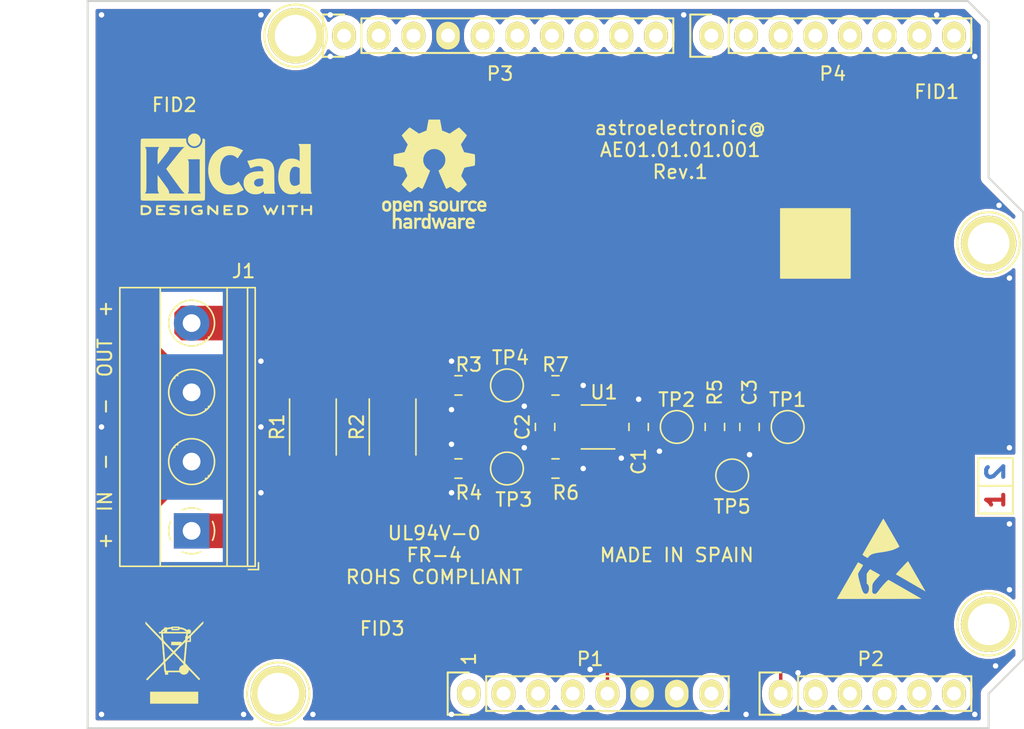
<source format=kicad_pcb>
(kicad_pcb (version 20171130) (host pcbnew 5.1.5-52549c5~84~ubuntu16.04.1)
  (title_block (title "ZXCT1080 voltage output current monitor") (date 2020-03-02) (rev 1) (company astroelectronic@))
  (layers (0 F.Cu signal) (31 B.Cu signal) (34 B.Paste user) (35 F.Paste user) (36 B.SilkS user) (37 F.SilkS user) (38 B.Mask user) (39 F.Mask user) (44 Edge.Cuts user))
  (net 0 "")
  (net 1 /IOREF)
  (net 2 /Reset)
  (net 3 +5V)
  (net 4 GND)
  (net 5 /Vin)
  (net 6 /A1)
  (net 7 /A2)
  (net 8 /A3)
  (net 9 /AREF)
  (net 10 "/A4(SDA)")
  (net 11 "/A5(SCL)")
  (net 12 "/9(**)")
  (net 13 /8)
  (net 14 /7)
  (net 15 "/6(**)")
  (net 16 "/5(**)")
  (net 17 /4)
  (net 18 "/3(**)")
  (net 19 /2)
  (net 20 "/1(Tx)")
  (net 21 "/0(Rx)")
  (net 22 "Net-(P5-Pad1)")
  (net 23 "Net-(P6-Pad1)")
  (net 24 "Net-(P7-Pad1)")
  (net 25 "Net-(P8-Pad1)")
  (net 26 "/13(SCK)")
  (net 27 "/10(**/SS)")
  (net 28 "Net-(P1-Pad1)")
  (net 29 +3V3)
  (net 30 "/12(MISO)")
  (net 31 "/11(**/MOSI)")
  (net 32 /PWR_IN)
  (net 33 /SN)
  (net 34 /OUT)
  (net 35 /PWR_OUT)
  (net 36 /VOCM)
  (net 37 /SP)
  (module TestPoint:TestPoint_Pad_D2.0mm (layer F.Cu) (at 162.306 104.267)
    (fp_text reference TP1 (at 0 -1.998) (layer F.SilkS))
    (fp_text value OUT)
    (pad 1 smd circle (at 0 0) (size 2 2) (layers F.Cu F.Mask) (net 34 /OUT))
  )
  (module Symbol:WEEE-Logo_4.2x6mm_SilkScreen (layer F.Cu) (at 117.348 121.539)
    (fp_text reference REF4 hide)
    (fp_text value WEEE-Logo_4.2x6mm_SilkScreen hide)
  )
  (module Symbol:OSHW-Logo_7.5x8mm_SilkScreen (layer F.Cu) (at 136.398 85.725)
    (fp_text reference REF2 hide)
    (fp_text value OSHW-Logo_7.5x8mm_SilkScreen hide)
  )
  (module Symbol:KiCad-Logo2_5mm_SilkScreen (layer F.Cu) (at 121.158 85.725)
    (fp_text reference REF1 hide)
    (fp_text value KiCad-Logo2_5mm_SilkScreen hide)
  )
  (module Symbol:ESD-Logo_6.6x6mm_SilkScreen (layer F.Cu) (at 169.164 113.919)
    (fp_text reference REF3 hide)
    (fp_text value ESD-Logo_6.6x6mm_SilkScreen hide)
  )
  (module Socket_Arduino_Uno:Socket_Strip_Arduino_1x08 (layer F.Cu) (at 138.938 123.825)
    (fp_text reference P1 (at 8.89 -2.54) (layer F.SilkS))
    (fp_text value Power)
    (pad 1 thru_hole oval (at 0 0) (size 1.7272 2.032) (drill 1.016) (layers *.Cu *.Mask F.SilkS) (net 28 "Net-(P1-Pad1)"))
    (pad 2 thru_hole oval (at 2.54 0) (size 1.7272 2.032) (drill 1.016) (layers *.Cu *.Mask F.SilkS) (net 1 /IOREF))
    (pad 3 thru_hole oval (at 5.08 0) (size 1.7272 2.032) (drill 1.016) (layers *.Cu *.Mask F.SilkS) (net 2 /Reset))
    (pad 4 thru_hole oval (at 7.62 0) (size 1.7272 2.032) (drill 1.016) (layers *.Cu *.Mask F.SilkS) (net 29 +3V3))
    (pad 5 thru_hole oval (at 10.16 0) (size 1.7272 2.032) (drill 1.016) (layers *.Cu *.Mask F.SilkS) (net 3 +5V))
    (pad 6 thru_hole oval (at 12.7 0) (size 1.7272 2.032) (drill 1.016) (layers *.Cu *.Mask F.SilkS) (net 4 GND))
    (pad 7 thru_hole oval (at 15.24 0) (size 1.7272 2.032) (drill 1.016) (layers *.Cu *.Mask F.SilkS) (net 4 GND))
    (pad 8 thru_hole oval (at 17.78 0) (size 1.7272 2.032) (drill 1.016) (layers *.Cu *.Mask F.SilkS) (net 5 /Vin))
  )
  (module Socket_Arduino_Uno:Socket_Strip_Arduino_1x06 (layer F.Cu) (at 161.798 123.825)
    (fp_text reference P2 (at 6.604 -2.54) (layer F.SilkS))
    (fp_text value Analog)
    (pad 1 thru_hole oval (at 0 0) (size 1.7272 2.032) (drill 1.016) (layers *.Cu *.Mask F.SilkS) (net 34 /OUT))
    (pad 2 thru_hole oval (at 2.54 0) (size 1.7272 2.032) (drill 1.016) (layers *.Cu *.Mask F.SilkS) (net 6 /A1))
    (pad 3 thru_hole oval (at 5.08 0) (size 1.7272 2.032) (drill 1.016) (layers *.Cu *.Mask F.SilkS) (net 7 /A2))
    (pad 4 thru_hole oval (at 7.62 0) (size 1.7272 2.032) (drill 1.016) (layers *.Cu *.Mask F.SilkS) (net 8 /A3))
    (pad 5 thru_hole oval (at 10.16 0) (size 1.7272 2.032) (drill 1.016) (layers *.Cu *.Mask F.SilkS) (net 10 "/A4(SDA)"))
    (pad 6 thru_hole oval (at 12.7 0) (size 1.7272 2.032) (drill 1.016) (layers *.Cu *.Mask F.SilkS) (net 11 "/A5(SCL)"))
  )
  (module Socket_Arduino_Uno:Socket_Strip_Arduino_1x10 (layer F.Cu) (at 129.794 75.565)
    (fp_text reference P3 (at 11.43 2.794) (layer F.SilkS))
    (fp_text value Digital)
    (pad 1 thru_hole oval (at 0 0) (size 1.7272 2.032) (drill 1.016) (layers *.Cu *.Mask F.SilkS) (net 11 "/A5(SCL)"))
    (pad 2 thru_hole oval (at 2.54 0) (size 1.7272 2.032) (drill 1.016) (layers *.Cu *.Mask F.SilkS) (net 10 "/A4(SDA)"))
    (pad 3 thru_hole oval (at 5.08 0) (size 1.7272 2.032) (drill 1.016) (layers *.Cu *.Mask F.SilkS) (net 9 /AREF))
    (pad 4 thru_hole oval (at 7.62 0) (size 1.7272 2.032) (drill 1.016) (layers *.Cu *.Mask F.SilkS) (net 4 GND))
    (pad 5 thru_hole oval (at 10.16 0) (size 1.7272 2.032) (drill 1.016) (layers *.Cu *.Mask F.SilkS) (net 26 "/13(SCK)"))
    (pad 6 thru_hole oval (at 12.7 0) (size 1.7272 2.032) (drill 1.016) (layers *.Cu *.Mask F.SilkS) (net 30 "/12(MISO)"))
    (pad 7 thru_hole oval (at 15.24 0) (size 1.7272 2.032) (drill 1.016) (layers *.Cu *.Mask F.SilkS) (net 31 "/11(**/MOSI)"))
    (pad 8 thru_hole oval (at 17.78 0) (size 1.7272 2.032) (drill 1.016) (layers *.Cu *.Mask F.SilkS) (net 27 "/10(**/SS)"))
    (pad 9 thru_hole oval (at 20.32 0) (size 1.7272 2.032) (drill 1.016) (layers *.Cu *.Mask F.SilkS) (net 12 "/9(**)"))
    (pad 10 thru_hole oval (at 22.86 0) (size 1.7272 2.032) (drill 1.016) (layers *.Cu *.Mask F.SilkS) (net 13 /8))
  )
  (module Socket_Arduino_Uno:Socket_Strip_Arduino_1x08 (layer F.Cu) (at 156.718 75.565)
    (fp_text reference P4 (at 8.89 2.794) (layer F.SilkS))
    (fp_text value Digital)
    (pad 1 thru_hole oval (at 0 0) (size 1.7272 2.032) (drill 1.016) (layers *.Cu *.Mask F.SilkS) (net 14 /7))
    (pad 2 thru_hole oval (at 2.54 0) (size 1.7272 2.032) (drill 1.016) (layers *.Cu *.Mask F.SilkS) (net 15 "/6(**)"))
    (pad 3 thru_hole oval (at 5.08 0) (size 1.7272 2.032) (drill 1.016) (layers *.Cu *.Mask F.SilkS) (net 16 "/5(**)"))
    (pad 4 thru_hole oval (at 7.62 0) (size 1.7272 2.032) (drill 1.016) (layers *.Cu *.Mask F.SilkS) (net 17 /4))
    (pad 5 thru_hole oval (at 10.16 0) (size 1.7272 2.032) (drill 1.016) (layers *.Cu *.Mask F.SilkS) (net 18 "/3(**)"))
    (pad 6 thru_hole oval (at 12.7 0) (size 1.7272 2.032) (drill 1.016) (layers *.Cu *.Mask F.SilkS) (net 19 /2))
    (pad 7 thru_hole oval (at 15.24 0) (size 1.7272 2.032) (drill 1.016) (layers *.Cu *.Mask F.SilkS) (net 20 "/1(Tx)"))
    (pad 8 thru_hole oval (at 17.78 0) (size 1.7272 2.032) (drill 1.016) (layers *.Cu *.Mask F.SilkS) (net 21 "/0(Rx)"))
  )
  (module Socket_Arduino_Uno:Arduino_1pin (layer F.Cu) (at 124.968 123.825)
    (fp_text reference P5 hide)
    (fp_text value CONN_01X01 hide)
    (pad 1 thru_hole circle (at 0 0) (size 4.064 4.064) (drill 3.048) (layers *.Cu *.Mask F.SilkS) (net 22 "Net-(P5-Pad1)"))
  )
  (module Socket_Arduino_Uno:Arduino_1pin (layer F.Cu) (at 177.038 118.745)
    (fp_text reference P6 hide)
    (fp_text value CONN_01X01 hide)
    (pad 1 thru_hole circle (at 0 0) (size 4.064 4.064) (drill 3.048) (layers *.Cu *.Mask F.SilkS) (net 23 "Net-(P6-Pad1)"))
  )
  (module Socket_Arduino_Uno:Arduino_1pin (layer F.Cu) (at 126.238 75.565)
    (fp_text reference P7 hide)
    (fp_text value CONN_01X01 hide)
    (pad 1 thru_hole circle (at 0 0) (size 4.064 4.064) (drill 3.048) (layers *.Cu *.Mask F.SilkS) (net 24 "Net-(P7-Pad1)"))
  )
  (module Socket_Arduino_Uno:Arduino_1pin (layer F.Cu) (at 177.038 90.805)
    (fp_text reference P8 hide)
    (fp_text value CONN_01X01 hide)
    (pad 1 thru_hole circle (at 0 0) (size 4.064 4.064) (drill 3.048) (layers *.Cu *.Mask F.SilkS) (net 25 "Net-(P8-Pad1)"))
  )
  (module Capacitor_SMD:C_0805_2012Metric (layer F.Cu) (at 151.384 104.267 90)
    (fp_text reference C1 (at -2.54 0 90) (layer F.SilkS))
    (fp_text value 100n)
    (pad 2 smd roundrect (at 0.9375 0 90) (size 0.975 1.4) (layers F.Cu F.Paste F.Mask) (net 4 GND))
    (pad 1 smd roundrect (at -0.9375 0 90) (size 0.975 1.4) (layers F.Cu F.Paste F.Mask) (net 3 +5V))
  )
  (module Capacitor_SMD:C_0805_2012Metric (layer F.Cu) (at 144.526 104.267 90)
    (fp_text reference C2 (at 0 -1.65 90) (layer F.SilkS))
    (fp_text value 100pF)
    (pad 1 smd roundrect (at -0.9375 0 90) (size 0.975 1.4) (layers F.Cu F.Paste F.Mask) (net 37 /SP))
    (pad 2 smd roundrect (at 0.9375 0 90) (size 0.975 1.4) (layers F.Cu F.Paste F.Mask) (net 33 /SN))
  )
  (module Capacitor_SMD:C_0805_2012Metric (layer F.Cu) (at 159.512 104.267 270)
    (fp_text reference C3 (at -2.54 0 90) (layer F.SilkS))
    (fp_text value 10nF)
    (pad 1 smd roundrect (at -0.9375 0 270) (size 0.975 1.4) (layers F.Cu F.Paste F.Mask) (net 34 /OUT))
    (pad 2 smd roundrect (at 0.9375 0 270) (size 0.975 1.4) (layers F.Cu F.Paste F.Mask) (net 4 GND))
  )
  (module Fiducial:Fiducial_Modern_CopperTop (layer F.Cu) (at 173.228 83.185)
    (fp_text reference FID1 (at 0 -3.5) (layer F.SilkS))
    (fp_text value Fiducial)
    (fp_circle (center 0 0) (end 1.665 0) (layer F.Cu) (width 0.65))
  )
  (module Fiducial:Fiducial_Modern_CopperTop (layer F.Cu) (at 117.348 76.835)
    (fp_text reference FID2 (at 0 3.81 180) (layer F.SilkS))
    (fp_text value Fiducial)
    (fp_circle (center 0 0) (end 1.665 0) (layer F.Cu) (width 0.65))
  )
  (module Fiducial:Fiducial_Modern_CopperTop (layer F.Cu) (at 132.588 122.555)
    (fp_text reference FID3 (at 0 -3.5) (layer F.SilkS))
    (fp_text value Fiducial)
    (fp_circle (center 0 0) (end 1.665 0) (layer F.Cu) (width 0.65))
  )
  (module Resistor_SMD:R_2512_6332Metric (layer F.Cu) (at 127.508 104.267 90)
    (fp_text reference R1 (at 0 -2.62 90) (layer F.SilkS))
    (fp_text value 0.1)
    (pad 2 smd roundrect (at 2.9 0 90) (size 1.35 3.35) (layers F.Cu F.Paste F.Mask) (roundrect_rratio 0.185185) (net 35 /PWR_OUT))
    (pad 1 smd roundrect (at -2.9 0 90) (size 1.35 3.35) (layers F.Cu F.Paste F.Mask) (roundrect_rratio 0.185185) (net 32 /PWR_IN))
  )
  (module Resistor_SMD:R_2512_6332Metric (layer F.Cu) (at 133.35 104.267 90)
    (fp_text reference R2 (at 0 -2.62 90) (layer F.SilkS))
    (fp_text value 0.1)
    (pad 1 smd roundrect (at -2.9 0 90) (size 1.35 3.35) (layers F.Cu F.Paste F.Mask) (roundrect_rratio 0.185185) (net 32 /PWR_IN))
    (pad 2 smd roundrect (at 2.9 0 90) (size 1.35 3.35) (layers F.Cu F.Paste F.Mask) (roundrect_rratio 0.185185) (net 35 /PWR_OUT))
  )
  (module Resistor_SMD:R_0805_2012Metric (layer F.Cu) (at 138.176 101.219)
    (fp_text reference R3 (at 0.762 -1.524) (layer F.SilkS))
    (fp_text value 10K)
    (pad 1 smd roundrect (at -0.9375 0) (size 0.975 1.4) (layers F.Cu F.Paste F.Mask) (net 35 /PWR_OUT))
    (pad 2 smd roundrect (at 0.9375 0) (size 0.975 1.4) (layers F.Cu F.Paste F.Mask) (net 33 /SN))
  )
  (module Resistor_SMD:R_0805_2012Metric (layer F.Cu) (at 156.972 104.267 90)
    (fp_text reference R5 (at 2.54 0 270) (layer F.SilkS))
    (fp_text value 100)
    (pad 2 smd roundrect (at 0.9375 0 90) (size 0.975 1.4) (layers F.Cu F.Paste F.Mask) (net 36 /VOCM))
    (pad 1 smd roundrect (at -0.9375 0 90) (size 0.975 1.4) (layers F.Cu F.Paste F.Mask) (net 34 /OUT))
  )
  (module TestPoint:TestPoint_Pad_D2.0mm (layer F.Cu) (at 154.178 104.267)
    (fp_text reference TP2 (at 0 -1.998) (layer F.SilkS))
    (fp_text value VOCM)
    (pad 1 smd circle (at 0 0) (size 2 2) (layers F.Cu F.Mask) (net 36 /VOCM))
  )
  (module TestPoint:TestPoint_Pad_D2.0mm (layer F.Cu) (at 141.732 107.315)
    (fp_text reference TP3 (at 0.508 2.286) (layer F.SilkS))
    (fp_text value SP)
    (pad 1 smd circle (at 0 0) (size 2 2) (layers F.Cu F.Mask) (net 37 /SP))
  )
  (module TestPoint:TestPoint_Pad_D2.0mm (layer F.Cu) (at 141.732 101.219)
    (fp_text reference TP4 (at 0.254 -2.032) (layer F.SilkS))
    (fp_text value SN)
    (pad 1 smd circle (at 0 0) (size 2 2) (layers F.Cu F.Mask) (net 33 /SN))
  )
  (module Resistor_SMD:R_0805_2012Metric (layer F.Cu) (at 138.176 107.315)
    (fp_text reference R4 (at 0.762 1.778) (layer F.SilkS))
    (fp_text value 0R)
    (pad 1 smd roundrect (at -0.9375 0) (size 0.975 1.4) (layers F.Cu F.Paste F.Mask) (net 32 /PWR_IN))
    (pad 2 smd roundrect (at 0.9375 0) (size 0.975 1.4) (layers F.Cu F.Paste F.Mask) (net 37 /SP))
  )
  (module Package_TO_SOT_SMD:SOT-23-5 (layer F.Cu) (at 148.082 104.267 180)
    (fp_text reference U1 (at -0.762 2.54) (layer F.SilkS))
    (fp_text value ZXCT1080E5TA)
    (pad 1 smd rect (at -1.1 -0.95 180) (size 1.06 0.65) (layers F.Cu F.Paste F.Mask) (net 3 +5V))
    (pad 2 smd rect (at -1.1 0 180) (size 1.06 0.65) (layers F.Cu F.Paste F.Mask) (net 36 /VOCM))
    (pad 3 smd rect (at -1.1 0.95 180) (size 1.06 0.65) (layers F.Cu F.Paste F.Mask) (net 4 GND))
    (pad 4 smd rect (at 1.1 0.95 180) (size 1.06 0.65) (layers F.Cu F.Paste F.Mask) (net 33 /SN))
    (pad 5 smd rect (at 1.1 -0.95 180) (size 1.06 0.65) (layers F.Cu F.Paste F.Mask) (net 37 /SP))
  )
  (module TerminalBlock_Phoenix:TerminalBlock_Phoenix_MKDS-1,5-4-5.08_1x04_P5.08mm_Horizontal (layer F.Cu) (at 118.618 111.887 90)
    (fp_text reference J1 (at 19.05 3.81 180) (layer F.SilkS))
    (fp_text value PWR)
    (pad 1 thru_hole rect (at 0 0 90) (size 2.6 2.6) (drill 1.3) (layers *.Cu *.Mask) (net 32 /PWR_IN))
    (pad 2 thru_hole circle (at 5.08 0 90) (size 2.6 2.6) (drill 1.3) (layers *.Cu *.Mask) (net 4 GND))
    (pad 3 thru_hole circle (at 10.16 0 90) (size 2.6 2.6) (drill 1.3) (layers *.Cu *.Mask) (net 4 GND))
    (pad 4 thru_hole circle (at 15.24 0 90) (size 2.6 2.6) (drill 1.3) (layers *.Cu *.Mask) (net 35 /PWR_OUT))
  )
  (module Resistor_SMD:R_0805_2012Metric (layer F.Cu) (at 145.288 107.315)
    (fp_text reference R6 (at 0.762 1.778) (layer F.SilkS))
    (fp_text value DNP)
    (pad 1 smd roundrect (at -0.9375 0) (size 0.975 1.4) (layers F.Cu F.Paste F.Mask) (net 37 /SP))
    (pad 2 smd roundrect (at 0.9375 0) (size 0.975 1.4) (layers F.Cu F.Paste F.Mask) (net 4 GND))
  )
  (module Resistor_SMD:R_0805_2012Metric (layer F.Cu) (at 145.288 101.219)
    (fp_text reference R7 (at 0 -1.524) (layer F.SilkS))
    (fp_text value DNP)
    (pad 2 smd roundrect (at 0.9375 0) (size 0.975 1.4) (layers F.Cu F.Paste F.Mask) (net 4 GND))
    (pad 1 smd roundrect (at -0.9375 0) (size 0.975 1.4) (layers F.Cu F.Paste F.Mask) (net 33 /SN))
  )
  (module TestPoint:TestPoint_Pad_D2.0mm (layer F.Cu) (at 158.242 107.823)
    (fp_text reference TP5 (at 0 2.286) (layer F.SilkS))
    (fp_text value GND)
    (pad 1 smd circle (at 0 0) (size 2 2) (layers F.Cu F.Mask) (net 4 GND))
  )
  (gr_poly (pts (xy 166.878 93.345) (xy 161.798 93.345) (xy 161.798 88.265) (xy 166.878 88.265)) (layer F.SilkS) (width 0.1))
  (gr_text "MADE IN SPAIN" (at 154.178 113.665) (layer F.SilkS) (effects (font (size 1 1))))
  (gr_text "UL94V-0\nFR-4\nROHS COMPLIANT" (at 136.398 113.665) (layer F.SilkS) (effects (font (size 1 1))))
  (gr_line (start 176.276 106.553) (end 178.816 106.553) (layer F.SilkS) (width 0.15))
  (gr_line (start 176.276 110.617) (end 176.276 106.553) (layer F.SilkS) (width 0.15))
  (gr_line (start 178.816 110.617) (end 176.276 110.617) (layer F.SilkS) (width 0.15))
  (gr_line (start 178.816 106.553) (end 178.816 110.617) (layer F.SilkS) (width 0.15))
  (gr_line (start 176.276 108.585) (end 178.816 108.585) (layer F.SilkS) (width 0.15))
  (gr_text 2 (at 177.546 107.569 90) (layer B.Cu) (effects (font (size 1.25 1.25) (thickness 0.3)) (justify mirror)))
  (gr_text 1 (at 177.546 109.601 90) (layer F.Cu) (effects (font (size 1.25 1.25) (thickness 0.3))))
  (gr_text "-  OUT  +" (at 112.268 99.187 90) (layer F.SilkS) (effects (font (size 1 1))))
  (gr_text "+  IN  - " (at 112.268 109.347 90) (layer F.SilkS) (effects (font (size 1 1))))
  (gr_text "astroelectronic@\nAE01.01.01.001\nRev.1" (at 154.432 83.947) (layer F.SilkS) (effects (font (size 1 1))))
  (gr_text 1 (at 138.938 121.285 90) (layer F.SilkS) (effects (font (size 1 1))))
  (gr_line (start 177.038 74.549) (end 175.514 73.025) (angle 90) (layer Edge.Cuts) (width 0.15))
  (gr_line (start 177.038 85.979) (end 177.038 74.549) (angle 90) (layer Edge.Cuts) (width 0.15))
  (gr_line (start 179.578 88.519) (end 177.038 85.979) (angle 90) (layer Edge.Cuts) (width 0.15))
  (gr_line (start 179.578 121.285) (end 179.578 88.519) (angle 90) (layer Edge.Cuts) (width 0.15))
  (gr_line (start 177.038 123.825) (end 179.578 121.285) (angle 90) (layer Edge.Cuts) (width 0.15))
  (gr_line (start 177.038 126.365) (end 177.038 123.825) (angle 90) (layer Edge.Cuts) (width 0.15))
  (gr_line (start 110.998 126.365) (end 177.038 126.365) (angle 90) (layer Edge.Cuts) (width 0.15))
  (gr_line (start 110.998 73.025) (end 110.998 126.365) (angle 90) (layer Edge.Cuts) (width 0.15))
  (gr_line (start 175.514 73.025) (end 110.998 73.025) (angle 90) (layer Edge.Cuts) (width 0.15))
  (segment (start 149.1945 105.2045) (end 149.182 105.217) (width 0.25) (layer F.Cu) (net 3))
  (segment (start 151.384 105.2045) (end 149.1945 105.2045) (width 0.25) (layer F.Cu) (net 3))
  (segment (start 151.384 105.2045) (end 151.384 117.475) (width 0.25) (layer F.Cu) (net 3))
  (segment (start 149.098 119.761) (end 149.098 123.825) (width 0.25) (layer F.Cu) (net 3))
  (segment (start 151.384 117.475) (end 149.098 119.761) (width 0.25) (layer F.Cu) (net 3))
  (segment (start 149.1945 103.3295) (end 149.182 103.317) (width 0.25) (layer F.Cu) (net 4))
  (segment (start 151.384 103.3295) (end 149.1945 103.3295) (width 0.25) (layer F.Cu) (net 4))
  (segment (start 151.384 103.3295) (end 151.384 102.235) (width 0.25) (layer F.Cu) (net 4))
  (via (at 151.384 102.235) (size 0.6) (drill 0.4) (layers F.Cu B.Cu) (net 4))
  (segment (start 146.2255 101.219) (end 147.32 101.219) (width 0.25) (layer F.Cu) (net 4))
  (via (at 147.32 101.219) (size 0.6) (drill 0.4) (layers F.Cu B.Cu) (net 4))
  (segment (start 146.2255 107.315) (end 147.32 107.315) (width 0.25) (layer F.Cu) (net 4))
  (via (at 147.32 107.315) (size 0.6) (drill 0.4) (layers F.Cu B.Cu) (net 4))
  (segment (start 159.512 105.2045) (end 159.512 106.299) (width 0.25) (layer F.Cu) (net 4))
  (via (at 159.512 106.299) (size 0.6) (drill 0.4) (layers F.Cu B.Cu) (net 4))
  (via (at 112.014 74.041) (size 0.6) (drill 0.4) (layers F.Cu B.Cu) (net 4))
  (via (at 112.014 125.349) (size 0.6) (drill 0.4) (layers F.Cu B.Cu) (net 4))
  (via (at 122.428 125.349) (size 0.6) (drill 0.4) (layers F.Cu B.Cu) (net 4))
  (via (at 127.508 125.349) (size 0.6) (drill 0.4) (layers F.Cu B.Cu) (net 4))
  (via (at 123.698 74.041) (size 0.6) (drill 0.4) (layers F.Cu B.Cu) (net 4))
  (via (at 128.778 74.041) (size 0.6) (drill 0.4) (layers F.Cu B.Cu) (net 4))
  (via (at 177.8 88.011) (size 0.6) (drill 0.4) (layers F.Cu B.Cu) (net 4))
  (via (at 178.562 93.345) (size 0.6) (drill 0.4) (layers F.Cu B.Cu) (net 4))
  (via (at 178.562 116.205) (size 0.6) (drill 0.4) (layers F.Cu B.Cu) (net 4))
  (via (at 177.546 121.793) (size 0.6) (drill 0.4) (layers F.Cu B.Cu) (net 4))
  (via (at 176.022 125.349) (size 0.6) (drill 0.4) (layers F.Cu B.Cu) (net 4))
  (via (at 159.258 125.349) (size 0.6) (drill 0.4) (layers F.Cu B.Cu) (net 4))
  (via (at 137.668 125.349) (size 0.6) (drill 0.4) (layers F.Cu B.Cu) (net 4))
  (via (at 154.686 74.041) (size 0.6) (drill 0.4) (layers F.Cu B.Cu) (net 4))
  (via (at 176.022 77.089) (size 0.6) (drill 0.4) (layers F.Cu B.Cu) (net 4))
  (via (at 173.228 74.041) (size 0.6) (drill 0.4) (layers F.Cu B.Cu) (net 4))
  (via (at 123.698 99.441) (size 0.6) (drill 0.4) (layers F.Cu B.Cu) (net 4))
  (via (at 123.698 109.093) (size 0.6) (drill 0.4) (layers F.Cu B.Cu) (net 4))
  (via (at 112.014 104.267) (size 0.6) (drill 0.4) (layers F.Cu B.Cu) (net 4))
  (via (at 143.002 102.743) (size 0.6) (drill 0.4) (layers F.Cu B.Cu) (net 4))
  (via (at 143.002 105.791) (size 0.6) (drill 0.4) (layers F.Cu B.Cu) (net 4))
  (via (at 137.668 102.997) (size 0.6) (drill 0.4) (layers F.Cu B.Cu) (net 4))
  (via (at 137.668 105.537) (size 0.6) (drill 0.4) (layers F.Cu B.Cu) (net 4))
  (via (at 137.668 99.441) (size 0.6) (drill 0.4) (layers F.Cu B.Cu) (net 4))
  (via (at 137.668 109.093) (size 0.6) (drill 0.4) (layers F.Cu B.Cu) (net 4))
  (via (at 150.114 106.553) (size 0.6) (drill 0.4) (layers F.Cu B.Cu) (net 4))
  (via (at 152.908 106.045) (size 0.6) (drill 0.4) (layers F.Cu B.Cu) (net 4))
  (via (at 147.828 122.047) (size 0.6) (drill 0.4) (layers F.Cu B.Cu) (net 4))
  (via (at 163.068 122.301) (size 0.6) (drill 0.4) (layers F.Cu B.Cu) (net 4))
  (via (at 178.562 111.379) (size 0.6) (drill 0.4) (layers F.Cu B.Cu) (net 4))
  (via (at 178.562 105.791) (size 0.6) (drill 0.4) (layers F.Cu B.Cu) (net 4))
  (via (at 128.778 77.089) (size 0.6) (drill 0.4) (layers F.Cu B.Cu) (net 4))
  (via (at 123.698 104.267) (size 0.6) (drill 0.4) (layers F.Cu B.Cu) (net 4))
  (segment (start 137.0905 107.167) (end 137.2385 107.315) (width 0.25) (layer F.Cu) (net 32))
  (segment (start 133.35 107.167) (end 137.0905 107.167) (width 0.25) (layer F.Cu) (net 32))
  (segment (start 139.1135 101.219) (end 141.732 101.219) (width 0.25) (layer F.Cu) (net 33))
  (segment (start 141.732 101.219) (end 144.3505 101.219) (width 0.25) (layer F.Cu) (net 33))
  (segment (start 144.3505 103.154) (end 144.526 103.3295) (width 0.25) (layer F.Cu) (net 33))
  (segment (start 144.3505 101.219) (end 144.3505 103.154) (width 0.25) (layer F.Cu) (net 33))
  (segment (start 146.9695 103.3295) (end 146.982 103.317) (width 0.25) (layer F.Cu) (net 33))
  (segment (start 144.526 103.3295) (end 146.9695 103.3295) (width 0.25) (layer F.Cu) (net 33))
  (segment (start 157.637 105.2045) (end 159.512 103.3295) (width 0.25) (layer F.Cu) (net 34))
  (segment (start 156.972 105.2045) (end 157.637 105.2045) (width 0.25) (layer F.Cu) (net 34))
  (segment (start 161.3685 103.3295) (end 162.306 104.267) (width 0.25) (layer F.Cu) (net 34))
  (segment (start 159.512 103.3295) (end 161.3685 103.3295) (width 0.25) (layer F.Cu) (net 34))
  (segment (start 162.306 104.267) (end 162.306 120.777) (width 0.25) (layer F.Cu) (net 34))
  (segment (start 161.798 121.285) (end 161.798 123.825) (width 0.25) (layer F.Cu) (net 34))
  (segment (start 162.306 120.777) (end 161.798 121.285) (width 0.25) (layer F.Cu) (net 34))
  (segment (start 137.0905 101.367) (end 137.2385 101.219) (width 0.25) (layer F.Cu) (net 35))
  (segment (start 133.35 101.367) (end 137.0905 101.367) (width 0.25) (layer F.Cu) (net 35))
  (segment (start 149.182 104.267) (end 154.178 104.267) (width 0.25) (layer F.Cu) (net 36))
  (segment (start 155.1155 103.3295) (end 154.178 104.267) (width 0.25) (layer F.Cu) (net 36))
  (segment (start 156.972 103.3295) (end 155.1155 103.3295) (width 0.25) (layer F.Cu) (net 36))
  (segment (start 139.1135 107.315) (end 141.732 107.315) (width 0.25) (layer F.Cu) (net 37))
  (segment (start 141.732 107.315) (end 144.3505 107.315) (width 0.25) (layer F.Cu) (net 37))
  (segment (start 144.3505 105.38) (end 144.526 105.2045) (width 0.25) (layer F.Cu) (net 37))
  (segment (start 144.3505 107.315) (end 144.3505 105.38) (width 0.25) (layer F.Cu) (net 37))
  (segment (start 146.9695 105.2045) (end 146.982 105.217) (width 0.25) (layer F.Cu) (net 37))
  (segment (start 144.526 105.2045) (end 146.9695 105.2045) (width 0.25) (layer F.Cu) (net 37))
  (zone (net 0) (net_name "") (layers F&B.Cu) (connect_pads (clearance 0.508)) (min_thickness 0.254)
    (keepout (tracks not_allowed) (vias not_allowed) (copperpour not_allowed))
    (fill (arc_segments 32) (thermal_gap 0.508) (thermal_bridge_width 0.508))
    (polygon (pts (xy 179.578 110.871) (xy 176.022 110.871) (xy 176.022 106.299) (xy 179.578 106.299)))
  )
  (zone (net 4) (net_name GND) (layer B.Cu) (connect_pads yes (clearance 0.508)) (min_thickness 0.254) (fill yes (arc_segments 32) (thermal_gap 0.508) (thermal_bridge_width 0.508) (smoothing chamfer) (radius 0.508))
    (polygon (pts (xy 177.038 74.549) (xy 177.038 85.979) (xy 179.578 88.519) (xy 179.578 121.285) (xy 177.038 123.825) (xy 177.038 126.365) (xy 110.998 126.365) (xy 110.998 73.025) (xy 175.514 73.025)))
  )
  (zone (net 35) (net_name /PWR_OUT) (layer F.Cu) (connect_pads yes (clearance 0.508)) (min_thickness 0.254) (fill yes (arc_segments 32) (thermal_gap 0.508) (thermal_bridge_width 0.508) (smoothing chamfer) (radius 0.508))
    (polygon (pts (xy 134.874 101.981) (xy 125.984 101.981) (xy 125.984 97.917) (xy 117.348 97.917) (xy 117.348 95.377) (xy 134.874 95.377)))
  )
  (zone (net 32) (net_name /PWR_IN) (layer F.Cu) (connect_pads yes (clearance 0.508)) (min_thickness 0.254) (fill yes (arc_segments 32) (thermal_gap 0.508) (thermal_bridge_width 0.508) (smoothing chamfer) (radius 0.508))
    (polygon (pts (xy 134.874 113.157) (xy 117.348 113.157) (xy 117.348 110.617) (xy 125.984 110.617) (xy 125.984 106.553) (xy 134.874 106.553)))
  )
  (zone (net 0) (net_name "") (layer B.Cu) (connect_pads yes (clearance 0.508)) (min_thickness 0.254)
    (keepout (tracks not_allowed) (vias not_allowed) (copperpour not_allowed))
    (fill (arc_segments 32) (thermal_gap 0.508) (thermal_bridge_width 0.508))
    (polygon (pts (xy 120.904 98.933) (xy 116.332 98.933) (xy 116.332 94.361) (xy 120.904 94.361)))
  )
  (zone (net 0) (net_name "") (layer B.Cu) (connect_pads yes (clearance 0.508)) (min_thickness 0.254)
    (keepout (tracks not_allowed) (vias not_allowed) (copperpour not_allowed))
    (fill (arc_segments 32) (thermal_gap 0.508) (thermal_bridge_width 0.508))
    (polygon (pts (xy 120.904 114.173) (xy 116.332 114.173) (xy 116.332 109.601) (xy 120.904 109.601)))
  )
  (zone (net 4) (net_name GND) (layer F.Cu) (connect_pads yes (clearance 0.508)) (min_thickness 0.254) (fill yes (arc_segments 32) (thermal_gap 0.508) (thermal_bridge_width 0.508) (smoothing chamfer) (radius 0.508))
    (polygon (pts (xy 177.038 74.549) (xy 177.038 85.979) (xy 179.578 88.519) (xy 179.578 121.285) (xy 177.038 123.825) (xy 177.038 126.365) (xy 110.998 126.365) (xy 110.998 73.025) (xy 175.514 73.025)))
    (polygon (pts (xy 116.332 93.599) (xy 116.332 98.933) (xy 124.206 98.933) (xy 124.206 109.601) (xy 116.332 109.601) (xy 116.332 114.935) (xy 137.16 114.935) (xy 137.16 93.599)))
  )
)
</source>
